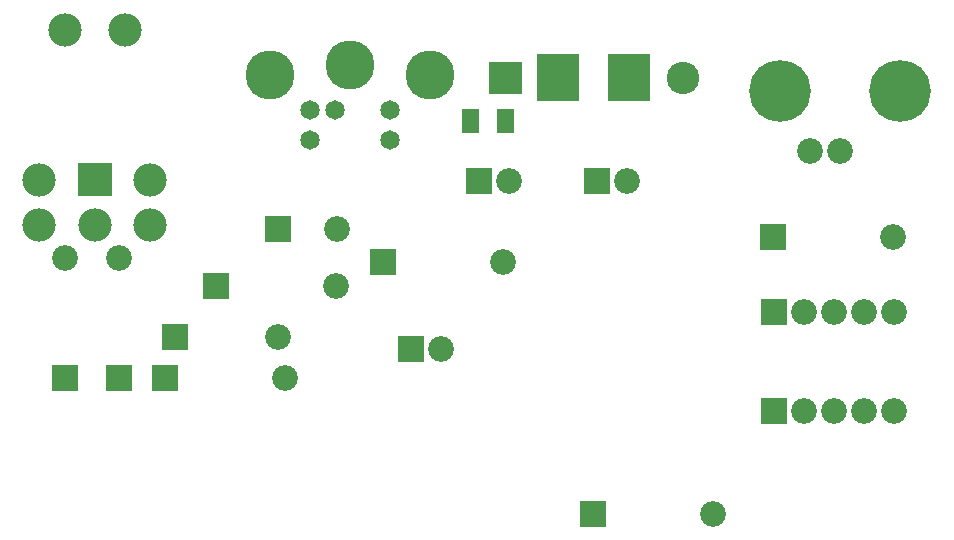
<source format=gbs>
G04 start of page 2 for group 17 layer_idx 11 *
G04 Title: (unknown), bottom_mask *
G04 Creator: pcb-rnd 2.2.2 *
G04 CreationDate: 2020-09-08 23:28:18 UTC *
G04 For:  *
G04 Format: Gerber/RS-274X *
G04 PCB-Dimensions: 416500 193500 *
G04 PCB-Coordinate-Origin: lower left *
%MOIN*%
%FSLAX25Y25*%
%LNBOTTOM_MASK_NONE_17*%
%ADD191C,0.1083*%
%ADD190C,0.2060*%
%ADD189C,0.0651*%
%ADD188C,0.1635*%
%ADD187C,0.1110*%
%ADD186C,0.0001*%
%ADD185C,0.0860*%
G54D185*X95500Y65000D03*
G54D186*G36*
X133200Y78800D02*X141800D01*
Y70200D01*
X133200D01*
Y78800D01*
G37*
G54D185*X147343Y74500D03*
X93100Y78500D03*
X112500Y95500D03*
G54D186*G36*
X88700Y118800D02*X97300D01*
Y110200D01*
X88700D01*
Y118800D01*
G37*
G54D185*X112700Y114500D03*
G54D186*G36*
X123743Y107800D02*X132343D01*
Y99200D01*
X123743D01*
Y107800D01*
G37*
G36*
X193700Y23800D02*X202300D01*
Y15200D01*
X193700D01*
Y23800D01*
G37*
G54D185*X168043Y103500D03*
G54D186*G36*
X253700Y116300D02*X262300D01*
Y107700D01*
X253700D01*
Y116300D01*
G37*
G36*
X254200Y91300D02*X262800D01*
Y82700D01*
X254200D01*
Y91300D01*
G37*
G36*
Y58300D02*X262800D01*
Y49700D01*
X254200D01*
Y58300D01*
G37*
G54D185*X268500Y54000D03*
X278500D03*
X238000Y19500D03*
X288500Y54000D03*
X298500D03*
X268500Y87000D03*
X278500D03*
X288500D03*
X298500D03*
G54D187*X22000Y181000D03*
X42000D03*
X13500Y131000D03*
Y116000D03*
X32000D03*
G54D186*G36*
X26450Y136550D02*X37550D01*
Y125450D01*
X26450D01*
Y136550D01*
G37*
G54D187*X50500Y131000D03*
Y116000D03*
G54D185*X40000Y105000D03*
G54D186*G36*
X51200Y69300D02*X59800D01*
Y60700D01*
X51200D01*
Y69300D01*
G37*
G36*
X35700Y60700D02*Y69300D01*
X44300D01*
Y60700D01*
X35700D01*
G37*
G36*
X54500Y82800D02*X63100D01*
Y74200D01*
X54500D01*
Y82800D01*
G37*
G36*
X17700Y60700D02*Y69300D01*
X26300D01*
Y60700D01*
X17700D01*
G37*
G54D185*X22000Y105000D03*
G54D186*G36*
X68200Y99800D02*X76800D01*
Y91200D01*
X68200D01*
Y99800D01*
G37*
G54D188*X90425Y165933D03*
G54D189*X103614Y144280D03*
X111882Y154122D03*
X103614D03*
G54D188*X117000Y169083D03*
X143575Y165933D03*
G54D189*X130386Y154122D03*
G54D190*X260500Y160500D03*
G54D186*G36*
X179512Y172776D02*X193488D01*
Y157224D01*
X179512D01*
Y172776D01*
G37*
G36*
X203134D02*X217110D01*
Y157224D01*
X203134D01*
Y172776D01*
G37*
G36*
X163457Y170274D02*Y159447D01*
X174283D01*
Y170274D01*
X163457D01*
G37*
G54D191*X227925Y164860D03*
G54D189*X130386Y144280D03*
G54D186*G36*
X160049Y154540D02*X154331D01*
Y146460D01*
X160049D01*
Y154540D01*
G37*
G36*
X171859D02*X166141D01*
Y146460D01*
X171859D01*
Y154540D01*
G37*
G54D190*X300500Y160500D03*
G54D185*X298000Y112000D03*
X270500Y140500D03*
X280500D03*
G54D186*G36*
X155857Y134800D02*X164457D01*
Y126200D01*
X155857D01*
Y134800D01*
G37*
G54D185*X170000Y130500D03*
G54D186*G36*
X195183Y134744D02*X203783D01*
Y126144D01*
X195183D01*
Y134744D01*
G37*
G54D185*X209325Y130444D03*
M02*

</source>
